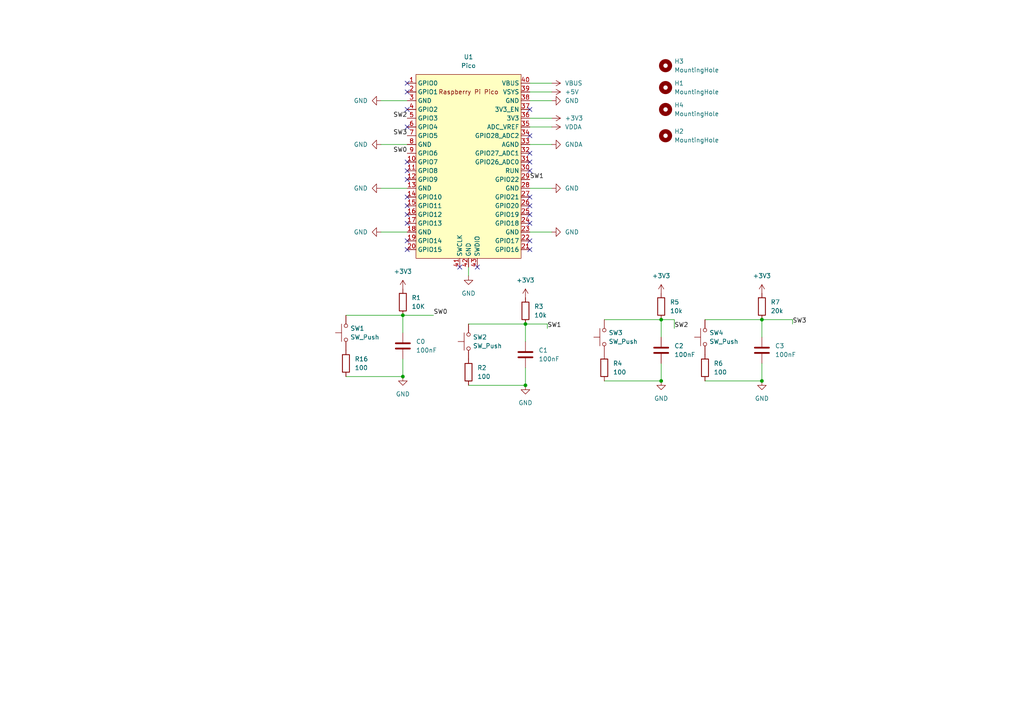
<source format=kicad_sch>
(kicad_sch (version 20211123) (generator eeschema)
  (paper "A4")
  (lib_symbols
    (symbol "Device:C" (pin_numbers hide) (pin_names (offset 0.254))
      (property "Reference" "C" (at 0.635 2.54 0))
      (property "Value" "C" (at 0.635 -2.54 0))
      (symbol "C_0_1"
        (polyline (pts (xy -2.032 -0.762) (xy 2.032 -0.762)) (stroke (width 0.508)))
        (polyline (pts (xy -2.032 0.762) (xy 2.032 0.762)) (stroke (width 0.508)))
      )
      (symbol "C_1_1"
        (pin passive line (at 0 3.81 270) (length 2.794) (name "~") (number "1"))
        (pin passive line (at 0 -3.81 90) (length 2.794) (name "~") (number "2"))
      )
    )
    (symbol "Device:R" (pin_numbers hide) (pin_names (offset 0))
      (property "Reference" "R" (at 2.032 0 90))
      (property "Value" "R" (at 0 0 90))
      (symbol "R_0_1"
        (rectangle (start -1.016 -2.54) (end 1.016 2.54) (stroke (width 0.254)))
      )
      (symbol "R_1_1"
        (pin passive line (at 0 3.81 270) (length 1.27) (name "~") (number "1"))
        (pin passive line (at 0 -3.81 90) (length 1.27) (name "~") (number "2"))
      )
    )
    (symbol "MCU_RaspberryPi_and_Boards:Pico"
      (property "Reference" "U" (at -13.97 27.94 0))
      (property "Value" "Pico" (at 0 19.05 0))
      (symbol "Pico_0_0"
        (text "Raspberry Pi Pico" (at 0 21.59 0) (effects (font (size 1.27 1.27))))
      )
      (symbol "Pico_0_1"
        (rectangle (start -15.24 26.67) (end 15.24 -26.67) (fill (type background)))
      )
      (symbol "Pico_1_1"
        (pin bidirectional line (at -17.78 24.13 0) (length 2.54) (name "GPIO0") (number "1"))
        (pin bidirectional line (at -17.78 1.27 0) (length 2.54) (name "GPIO7") (number "10"))
        (pin bidirectional line (at -17.78 -1.27 0) (length 2.54) (name "GPIO8") (number "11"))
        (pin bidirectional line (at -17.78 -3.81 0) (length 2.54) (name "GPIO9") (number "12"))
        (pin power_in line (at -17.78 -6.35 0) (length 2.54) (name "GND") (number "13"))
        (pin bidirectional line (at -17.78 -8.89 0) (length 2.54) (name "GPIO10") (number "14"))
        (pin bidirectional line (at -17.78 -11.43 0) (length 2.54) (name "GPIO11") (number "15"))
        (pin bidirectional line (at -17.78 -13.97 0) (length 2.54) (name "GPIO12") (number "16"))
        (pin bidirectional line (at -17.78 -16.51 0) (length 2.54) (name "GPIO13") (number "17"))
        (pin power_in line (at -17.78 -19.05 0) (length 2.54) (name "GND") (number "18"))
        (pin bidirectional line (at -17.78 -21.59 0) (length 2.54) (name "GPIO14") (number "19"))
        (pin bidirectional line (at -17.78 21.59 0) (length 2.54) (name "GPIO1") (number "2"))
        (pin bidirectional line (at -17.78 -24.13 0) (length 2.54) (name "GPIO15") (number "20"))
        (pin bidirectional line (at 17.78 -24.13 180) (length 2.54) (name "GPIO16") (number "21"))
        (pin bidirectional line (at 17.78 -21.59 180) (length 2.54) (name "GPIO17") (number "22"))
        (pin power_in line (at 17.78 -19.05 180) (length 2.54) (name "GND") (number "23"))
        (pin bidirectional line (at 17.78 -16.51 180) (length 2.54) (name "GPIO18") (number "24"))
        (pin bidirectional line (at 17.78 -13.97 180) (length 2.54) (name "GPIO19") (number "25"))
        (pin bidirectional line (at 17.78 -11.43 180) (length 2.54) (name "GPIO20") (number "26"))
        (pin bidirectional line (at 17.78 -8.89 180) (length 2.54) (name "GPIO21") (number "27"))
        (pin power_in line (at 17.78 -6.35 180) (length 2.54) (name "GND") (number "28"))
        (pin bidirectional line (at 17.78 -3.81 180) (length 2.54) (name "GPIO22") (number "29"))
        (pin power_in line (at -17.78 19.05 0) (length 2.54) (name "GND") (number "3"))
        (pin input line (at 17.78 -1.27 180) (length 2.54) (name "RUN") (number "30"))
        (pin bidirectional line (at 17.78 1.27 180) (length 2.54) (name "GPIO26_ADC0") (number "31"))
        (pin bidirectional line (at 17.78 3.81 180) (length 2.54) (name "GPIO27_ADC1") (number "32"))
        (pin power_in line (at 17.78 6.35 180) (length 2.54) (name "AGND") (number "33"))
        (pin bidirectional line (at 17.78 8.89 180) (length 2.54) (name "GPIO28_ADC2") (number "34"))
        (pin power_in line (at 17.78 11.43 180) (length 2.54) (name "ADC_VREF") (number "35"))
        (pin power_in line (at 17.78 13.97 180) (length 2.54) (name "3V3") (number "36"))
        (pin input line (at 17.78 16.51 180) (length 2.54) (name "3V3_EN") (number "37"))
        (pin bidirectional line (at 17.78 19.05 180) (length 2.54) (name "GND") (number "38"))
        (pin power_in line (at 17.78 21.59 180) (length 2.54) (name "VSYS") (number "39"))
        (pin bidirectional line (at -17.78 16.51 0) (length 2.54) (name "GPIO2") (number "4"))
        (pin power_in line (at 17.78 24.13 180) (length 2.54) (name "VBUS") (number "40"))
        (pin input line (at -2.54 -29.21 90) (length 2.54) (name "SWCLK") (number "41"))
        (pin power_in line (at 0 -29.21 90) (length 2.54) (name "GND") (number "42"))
        (pin bidirectional line (at 2.54 -29.21 90) (length 2.54) (name "SWDIO") (number "43"))
        (pin bidirectional line (at -17.78 13.97 0) (length 2.54) (name "GPIO3") (number "5"))
        (pin bidirectional line (at -17.78 11.43 0) (length 2.54) (name "GPIO4") (number "6"))
        (pin bidirectional line (at -17.78 8.89 0) (length 2.54) (name "GPIO5") (number "7"))
        (pin power_in line (at -17.78 6.35 0) (length 2.54) (name "GND") (number "8"))
        (pin bidirectional line (at -17.78 3.81 0) (length 2.54) (name "GPIO6") (number "9"))
      )
    )
    (symbol "Mechanical:MountingHole" (pin_names (offset 1.016))
      (property "Reference" "H" (at 0 5.08 0))
      (property "Value" "MountingHole" (at 0 3.175 0))
      (symbol "MountingHole_0_1"
        (circle (center 0 0) (radius 1.27) (stroke (width 1.27)))
      )
    )
    (symbol "Switch:SW_Push" (pin_numbers hide) (pin_names (offset 1.016) hide)
      (property "Reference" "SW" (at 1.27 2.54 0))
      (property "Value" "SW_Push" (at 0 -1.524 0))
      (symbol "SW_Push_0_1"
        (circle (center -2.032 0) (radius 0.508))
        (polyline (pts (xy 0 1.27) (xy 0 3.048)))
        (polyline (pts (xy 2.54 1.27) (xy -2.54 1.27)))
        (circle (center 2.032 0) (radius 0.508))
        (pin passive line (at -5.08 0 0) (length 2.54) (name "1") (number "1"))
        (pin passive line (at 5.08 0 180) (length 2.54) (name "2") (number "2"))
      )
    )
    (symbol "power:+3V3" (power) (pin_names (offset 0))
      (property "Value" "+3V3" (at 0 3.556 0))
      (symbol "+3V3_0_1"
        (polyline (pts (xy -0.762 1.27) (xy 0 2.54)))
        (polyline (pts (xy 0 0) (xy 0 2.54)))
        (polyline (pts (xy 0 2.54) (xy 0.762 1.27)))
      )
      (symbol "+3V3_1_1"
        (pin power_in line (at 0 0 90) (length 0) hide (name "+3V3") (number "1"))
      )
    )
    (symbol "power:+5V" (power) (pin_names (offset 0))
      (property "Value" "+5V" (at 0 3.556 0))
      (symbol "+5V_0_1"
        (polyline (pts (xy -0.762 1.27) (xy 0 2.54)))
        (polyline (pts (xy 0 0) (xy 0 2.54)))
        (polyline (pts (xy 0 2.54) (xy 0.762 1.27)))
      )
      (symbol "+5V_1_1"
        (pin power_in line (at 0 0 90) (length 0) hide (name "+5V") (number "1"))
      )
    )
    (symbol "power:GND" (power) (pin_names (offset 0))
      (property "Value" "GND" (at 0 -3.81 0))
      (symbol "GND_0_1"
        (polyline (pts (xy 0 0) (xy 0 -1.27) (xy 1.27 -1.27) (xy 0 -2.54) (xy -1.27 -1.27) (xy 0 -1.27)))
      )
      (symbol "GND_1_1"
        (pin power_in line (at 0 0 270) (length 0) hide (name "GND") (number "1"))
      )
    )
    (symbol "power:GNDA" (power) (pin_names (offset 0))
      (property "Value" "GNDA" (at 0 -3.81 0))
      (symbol "GNDA_0_1"
        (polyline (pts (xy 0 0) (xy 0 -1.27) (xy 1.27 -1.27) (xy 0 -2.54) (xy -1.27 -1.27) (xy 0 -1.27)))
      )
      (symbol "GNDA_1_1"
        (pin power_in line (at 0 0 270) (length 0) hide (name "GNDA") (number "1"))
      )
    )
    (symbol "power:VBUS" (power) (pin_names (offset 0))
      (property "Value" "VBUS" (at 0 3.81 0))
      (symbol "VBUS_0_1"
        (polyline (pts (xy -0.762 1.27) (xy 0 2.54)))
        (polyline (pts (xy 0 0) (xy 0 2.54)))
        (polyline (pts (xy 0 2.54) (xy 0.762 1.27)))
      )
      (symbol "VBUS_1_1"
        (pin power_in line (at 0 0 90) (length 0) hide (name "VBUS") (number "1"))
      )
    )
    (symbol "power:VDDA" (power) (pin_names (offset 0))
      (property "Value" "VDDA" (at 0 3.81 0))
      (symbol "VDDA_0_1"
        (polyline (pts (xy -0.762 1.27) (xy 0 2.54)))
        (polyline (pts (xy 0 0) (xy 0 2.54)))
        (polyline (pts (xy 0 2.54) (xy 0.762 1.27)))
      )
      (symbol "VDDA_1_1"
        (pin power_in line (at 0 0 90) (length 0) hide (name "VDDA") (number "1"))
      )
    )
  )
  (junction (at 152.4 93.98))
  (junction (at 220.98 110.49))
  (junction (at 220.98 92.71))
  (junction (at 191.77 110.49))
  (junction (at 116.84 109.22))
  (junction (at 116.84 91.44))
  (junction (at 152.4 111.76))
  (junction (at 191.77 92.71))
  (no_connect (at 153.67 44.45))
  (no_connect (at 118.11 26.67))
  (no_connect (at 118.11 36.83))
  (no_connect (at 153.67 69.85))
  (no_connect (at 153.67 72.39))
  (no_connect (at 153.67 46.99))
  (no_connect (at 118.11 59.69))
  (no_connect (at 153.67 39.37))
  (no_connect (at 153.67 31.75))
  (no_connect (at 153.67 64.77))
  (no_connect (at 118.11 69.85))
  (no_connect (at 153.67 49.53))
  (no_connect (at 153.67 57.15))
  (no_connect (at 118.11 62.23))
  (no_connect (at 118.11 64.77))
  (no_connect (at 118.11 72.39))
  (no_connect (at 118.11 52.07))
  (no_connect (at 118.11 24.13))
  (no_connect (at 153.67 62.23))
  (no_connect (at 118.11 46.99))
  (no_connect (at 153.67 59.69))
  (no_connect (at 118.11 31.75))
  (no_connect (at 133.35 77.47))
  (no_connect (at 118.11 49.53))
  (no_connect (at 118.11 57.15))
  (no_connect (at 138.43 77.47))
  (wire (pts (xy 204.47 110.49) (xy 220.98 110.49)))
  (wire (pts (xy 220.98 105.41) (xy 220.98 110.49)))
  (wire (pts (xy 152.4 106.68) (xy 152.4 111.76)))
  (wire (pts (xy 220.98 92.71) (xy 220.98 97.79)))
  (wire (pts (xy 158.75 93.98) (xy 158.75 95.25)))
  (wire (pts (xy 100.33 91.44) (xy 116.84 91.44)))
  (wire (pts (xy 195.58 92.71) (xy 195.58 95.25)))
  (wire (pts (xy 160.02 36.83) (xy 153.67 36.83)))
  (wire (pts (xy 160.02 41.91) (xy 153.67 41.91)))
  (wire (pts (xy 160.02 26.67) (xy 153.67 26.67)))
  (wire (pts (xy 110.49 67.31) (xy 118.11 67.31)))
  (wire (pts (xy 160.02 67.31) (xy 153.67 67.31)))
  (wire (pts (xy 204.47 92.71) (xy 220.98 92.71)))
  (wire (pts (xy 110.49 29.21) (xy 118.11 29.21)))
  (wire (pts (xy 152.4 93.98) (xy 158.75 93.98)))
  (wire (pts (xy 229.87 92.71) (xy 229.87 93.98)))
  (wire (pts (xy 160.02 54.61) (xy 153.67 54.61)))
  (wire (pts (xy 160.02 34.29) (xy 153.67 34.29)))
  (wire (pts (xy 191.77 105.41) (xy 191.77 110.49)))
  (wire (pts (xy 160.02 29.21) (xy 153.67 29.21)))
  (wire (pts (xy 110.49 54.61) (xy 118.11 54.61)))
  (wire (pts (xy 116.84 91.44) (xy 125.73 91.44)))
  (wire (pts (xy 100.33 109.22) (xy 116.84 109.22)))
  (wire (pts (xy 135.89 93.98) (xy 152.4 93.98)))
  (wire (pts (xy 135.89 111.76) (xy 152.4 111.76)))
  (wire (pts (xy 175.26 92.71) (xy 191.77 92.71)))
  (wire (pts (xy 110.49 41.91) (xy 118.11 41.91)))
  (wire (pts (xy 220.98 92.71) (xy 229.87 92.71)))
  (wire (pts (xy 191.77 92.71) (xy 195.58 92.71)))
  (wire (pts (xy 152.4 93.98) (xy 152.4 99.06)))
  (wire (pts (xy 175.26 110.49) (xy 191.77 110.49)))
  (wire (pts (xy 191.77 92.71) (xy 191.77 97.79)))
  (wire (pts (xy 135.89 80.01) (xy 135.89 77.47)))
  (wire (pts (xy 116.84 91.44) (xy 116.84 96.52)))
  (wire (pts (xy 116.84 104.14) (xy 116.84 109.22)))
  (wire (pts (xy 160.02 24.13) (xy 153.67 24.13)))
  (label "SW1" (at 158.75 95.25 0))
  (label "SW1" (at 153.67 52.07 0))
  (label "SW3" (at 118.11 39.37 180))
  (label "SW3" (at 229.87 93.98 0))
  (label "SW0" (at 118.11 44.45 180))
  (label "SW0" (at 125.73 91.44 0))
  (label "SW2" (at 195.58 95.25 0))
  (label "SW2" (at 118.11 34.29 180))
  (symbol (lib_id "power:GND") (at 160.02 29.21 90) (unit 1)
    (property "Reference" "#PWR010" (effects hide))
    (property "Value" "GND" (at 163.83 29.2099 90) (effects (justify right)))
  )
  (symbol (lib_id "Mechanical:MountingHole") (at 193.04 39.37 0) (unit 1)
    (property "Reference" "H2" (at 195.58 38.0999 0) (effects (justify left)))
    (property "Value" "MountingHole" (at 195.58 40.6399 0) (effects (justify left)))
    (property "Footprint" "MountingHole:MountingHole_3mm_Pad" (effects hide))
  )
  (symbol (lib_id "power:GND") (at 160.02 67.31 90) (unit 1)
    (property "Reference" "#PWR015" (effects hide))
    (property "Value" "GND" (at 163.83 67.3099 90) (effects (justify right)))
  )
  (symbol (lib_id "power:VDDA") (at 160.02 36.83 270) (unit 1)
    (property "Reference" "#PWR012" (effects hide))
    (property "Value" "VDDA" (at 163.83 36.8299 90) (effects (justify left)))
  )
  (symbol (lib_id "power:GND") (at 160.02 54.61 90) (unit 1)
    (property "Reference" "#PWR014" (effects hide))
    (property "Value" "GND" (at 163.83 54.6099 90) (effects (justify right)))
  )
  (symbol (lib_id "Device:R") (at 152.4 90.17 0) (unit 1)
    (property "Reference" "R3" (at 154.94 88.8999 0) (effects (justify left)))
    (property "Value" "10k" (at 154.94 91.4399 0) (effects (justify left)))
    (property "Footprint" "Resistor_THT:R_Axial_DIN0516_L15.5mm_D5.0mm_P5.08mm_Vertical" (effects hide))
  )
  (symbol (lib_id "power:GNDA") (at 160.02 41.91 90) (unit 1)
    (property "Reference" "#PWR013" (effects hide))
    (property "Value" "GNDA" (at 163.83 41.9099 90) (effects (justify right)))
  )
  (symbol (lib_id "MCU_RaspberryPi_and_Boards:Pico") (at 135.89 48.26 0) (unit 1)
    (property "Reference" "U1" (at 135.89 16.51 0))
    (property "Value" "Pico" (at 135.89 19.05 0))
    (property "Footprint" "MCU_RaspberryPi_and_Boards:RPi_Pico_SMD_TH" (effects hide))
  )
  (symbol (lib_id "power:GND") (at 116.84 109.22 0) (unit 1)
    (property "Reference" "#PWR06" (effects hide))
    (property "Value" "GND" (at 116.84 114.3 0))
  )
  (symbol (lib_id "Device:R") (at 204.47 106.68 0) (unit 1)
    (property "Reference" "R6" (at 207.01 105.4099 0) (effects (justify left)))
    (property "Value" "100" (at 207.01 107.9499 0) (effects (justify left)))
    (property "Footprint" "Resistor_THT:R_Axial_DIN0516_L15.5mm_D5.0mm_P5.08mm_Vertical" (effects hide))
  )
  (symbol (lib_id "power:+3V3") (at 152.4 86.36 0) (unit 1)
    (property "Reference" "#PWR016" (effects hide))
    (property "Value" "+3V3" (at 152.4 81.28 0))
  )
  (symbol (lib_id "power:+3V3") (at 116.84 83.82 0) (unit 1)
    (property "Reference" "#PWR05" (effects hide))
    (property "Value" "+3V3" (at 116.84 78.74 0))
  )
  (symbol (lib_id "power:GND") (at 110.49 41.91 270) (unit 1)
    (property "Reference" "#PWR02" (effects hide))
    (property "Value" "GND" (at 106.68 41.9099 90) (effects (justify right)))
  )
  (symbol (lib_id "power:+3V3") (at 160.02 34.29 270) (unit 1)
    (property "Reference" "#PWR011" (effects hide))
    (property "Value" "+3V3" (at 163.83 34.2899 90) (effects (justify left)))
  )
  (symbol (lib_id "power:+5V") (at 160.02 26.67 270) (unit 1)
    (property "Reference" "#PWR09" (effects hide))
    (property "Value" "+5V" (at 163.83 26.6699 90) (effects (justify left)))
  )
  (symbol (lib_id "Device:C") (at 220.98 101.6 0) (unit 1)
    (property "Reference" "C3" (at 224.79 100.3299 0) (effects (justify left)))
    (property "Value" "100nF" (at 224.79 102.8699 0) (effects (justify left)))
    (property "Footprint" "Capacitor_THT:CP_Radial_D4.0mm_P1.50mm" (effects hide))
  )
  (symbol (lib_id "power:GND") (at 110.49 54.61 270) (unit 1)
    (property "Reference" "#PWR03" (effects hide))
    (property "Value" "GND" (at 106.68 54.6099 90) (effects (justify right)))
  )
  (symbol (lib_id "power:GND") (at 220.98 110.49 0) (unit 1)
    (property "Reference" "#PWR021" (effects hide))
    (property "Value" "GND" (at 220.98 115.57 0))
  )
  (symbol (lib_id "power:GND") (at 135.89 80.01 0) (unit 1)
    (property "Reference" "#PWR07" (effects hide))
    (property "Value" "GND" (at 135.89 85.09 0))
  )
  (symbol (lib_id "power:VBUS") (at 160.02 24.13 270) (unit 1)
    (property "Reference" "#PWR08" (effects hide))
    (property "Value" "VBUS" (at 163.83 24.1299 90) (effects (justify left)))
  )
  (symbol (lib_id "Switch:SW_Push") (at 204.47 97.79 90) (unit 1)
    (property "Reference" "SW4" (at 205.74 96.5199 90) (effects (justify right)))
    (property "Value" "SW_Push" (at 205.74 99.0599 90) (effects (justify right)))
    (property "Footprint" "Button_Switch_THT:SW_PUSH_6mm_H5mm" (effects hide))
  )
  (symbol (lib_id "Device:R") (at 116.84 87.63 0) (unit 1)
    (property "Reference" "R1" (at 119.38 86.3599 0) (effects (justify left)))
    (property "Value" "10K" (at 119.38 88.8999 0) (effects (justify left)))
    (property "Footprint" "Resistor_THT:R_Axial_DIN0516_L15.5mm_D5.0mm_P5.08mm_Vertical" (effects hide))
  )
  (symbol (lib_id "power:+3V3") (at 220.98 85.09 0) (unit 1)
    (property "Reference" "#PWR020" (effects hide))
    (property "Value" "+3V3" (at 220.98 80.01 0))
  )
  (symbol (lib_id "power:GND") (at 110.49 67.31 270) (unit 1)
    (property "Reference" "#PWR04" (effects hide))
    (property "Value" "GND" (at 106.68 67.3099 90) (effects (justify right)))
  )
  (symbol (lib_id "Device:R") (at 220.98 88.9 0) (unit 1)
    (property "Reference" "R7" (at 223.52 87.6299 0) (effects (justify left)))
    (property "Value" "20k" (at 223.52 90.1699 0) (effects (justify left)))
    (property "Footprint" "Resistor_THT:R_Axial_DIN0516_L15.5mm_D5.0mm_P5.08mm_Vertical" (effects hide))
  )
  (symbol (lib_id "Switch:SW_Push") (at 135.89 99.06 90) (unit 1)
    (property "Reference" "SW2" (at 137.16 97.7899 90) (effects (justify right)))
    (property "Value" "SW_Push" (at 137.16 100.3299 90) (effects (justify right)))
    (property "Footprint" "Button_Switch_THT:SW_PUSH_6mm_H5mm" (effects hide))
  )
  (symbol (lib_id "power:GND") (at 110.49 29.21 270) (unit 1)
    (property "Reference" "#PWR01" (effects hide))
    (property "Value" "GND" (at 106.68 29.2099 90) (effects (justify right)))
  )
  (symbol (lib_id "power:+3V3") (at 191.77 85.09 0) (unit 1)
    (property "Reference" "#PWR018" (effects hide))
    (property "Value" "+3V3" (at 191.77 80.01 0))
  )
  (symbol (lib_id "Device:R") (at 100.33 105.41 0) (unit 1)
    (property "Reference" "R16" (at 102.87 104.1399 0) (effects (justify left)))
    (property "Value" "100" (at 102.87 106.6799 0) (effects (justify left)))
    (property "Footprint" "Resistor_THT:R_Axial_DIN0516_L15.5mm_D5.0mm_P5.08mm_Vertical" (effects hide))
  )
  (symbol (lib_id "Device:C") (at 152.4 102.87 0) (unit 1)
    (property "Reference" "C1" (at 156.21 101.5999 0) (effects (justify left)))
    (property "Value" "100nF" (at 156.21 104.1399 0) (effects (justify left)))
    (property "Footprint" "Capacitor_THT:CP_Radial_D4.0mm_P1.50mm" (effects hide))
  )
  (symbol (lib_id "Device:R") (at 175.26 106.68 0) (unit 1)
    (property "Reference" "R4" (at 177.8 105.4099 0) (effects (justify left)))
    (property "Value" "100" (at 177.8 107.9499 0) (effects (justify left)))
    (property "Footprint" "Resistor_THT:R_Axial_DIN0516_L15.5mm_D5.0mm_P5.08mm_Vertical" (effects hide))
  )
  (symbol (lib_id "Switch:SW_Push") (at 175.26 97.79 90) (unit 1)
    (property "Reference" "SW3" (at 176.53 96.5199 90) (effects (justify right)))
    (property "Value" "SW_Push" (at 176.53 99.0599 90) (effects (justify right)))
    (property "Footprint" "Button_Switch_THT:SW_PUSH_6mm_H5mm" (effects hide))
  )
  (symbol (lib_id "Switch:SW_Push") (at 100.33 96.52 90) (unit 1)
    (property "Reference" "SW1" (at 101.6 95.2499 90) (effects (justify right)))
    (property "Value" "SW_Push" (at 101.6 97.7899 90) (effects (justify right)))
    (property "Footprint" "Button_Switch_THT:SW_PUSH_6mm_H5mm" (effects hide))
  )
  (symbol (lib_id "Mechanical:MountingHole") (at 193.04 25.4 0) (unit 1)
    (property "Reference" "H1" (at 195.58 24.1299 0) (effects (justify left)))
    (property "Value" "MountingHole" (at 195.58 26.6699 0) (effects (justify left)))
    (property "Footprint" "MountingHole:MountingHole_3mm_Pad" (effects hide))
  )
  (symbol (lib_id "Device:R") (at 135.89 107.95 0) (unit 1)
    (property "Reference" "R2" (at 138.43 106.6799 0) (effects (justify left)))
    (property "Value" "100" (at 138.43 109.2199 0) (effects (justify left)))
    (property "Footprint" "Resistor_THT:R_Axial_DIN0516_L15.5mm_D5.0mm_P5.08mm_Vertical" (effects hide))
  )
  (symbol (lib_id "power:GND") (at 152.4 111.76 0) (unit 1)
    (property "Reference" "#PWR017" (effects hide))
    (property "Value" "GND" (at 152.4 116.84 0))
  )
  (symbol (lib_id "Mechanical:MountingHole") (at 193.04 19.05 0) (unit 1)
    (property "Reference" "H3" (at 195.58 17.7799 0) (effects (justify left)))
    (property "Value" "MountingHole" (at 195.58 20.3199 0) (effects (justify left)))
    (property "Footprint" "MountingHole:MountingHole_3mm_Pad" (effects hide))
  )
  (symbol (lib_id "Mechanical:MountingHole") (at 193.04 31.75 0) (unit 1)
    (property "Reference" "H4" (at 195.58 30.4799 0) (effects (justify left)))
    (property "Value" "MountingHole" (at 195.58 33.0199 0) (effects (justify left)))
    (property "Footprint" "MountingHole:MountingHole_3mm_Pad" (effects hide))
  )
  (symbol (lib_id "Device:C") (at 191.77 101.6 0) (unit 1)
    (property "Reference" "C2" (at 195.58 100.3299 0) (effects (justify left)))
    (property "Value" "100nF" (at 195.58 102.8699 0) (effects (justify left)))
    (property "Footprint" "Capacitor_THT:CP_Radial_D4.0mm_P1.50mm" (effects hide))
  )
  (symbol (lib_id "power:GND") (at 191.77 110.49 0) (unit 1)
    (property "Reference" "#PWR019" (effects hide))
    (property "Value" "GND" (at 191.77 115.57 0))
  )
  (symbol (lib_id "Device:C") (at 116.84 100.33 0) (unit 1)
    (property "Reference" "C0" (at 120.65 99.0599 0) (effects (justify left)))
    (property "Value" "100nF" (at 120.65 101.5999 0) (effects (justify left)))
    (property "Footprint" "Capacitor_THT:CP_Radial_D4.0mm_P1.50mm" (effects hide))
  )
  (symbol (lib_id "Device:R") (at 191.77 88.9 0) (unit 1)
    (property "Reference" "R5" (at 194.31 87.6299 0) (effects (justify left)))
    (property "Value" "10k" (at 194.31 90.1699 0) (effects (justify left)))
    (property "Footprint" "Resistor_THT:R_Axial_DIN0516_L15.5mm_D5.0mm_P5.08mm_Vertical" (effects hide))
  )
)
</source>
